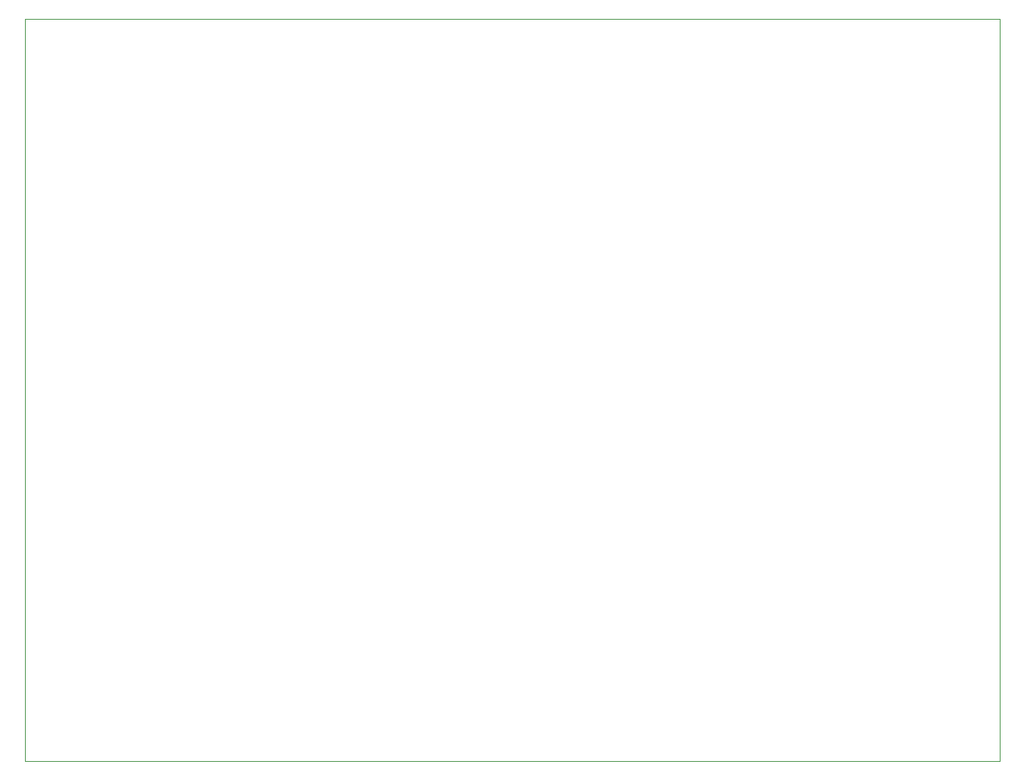
<source format=gbr>
%TF.GenerationSoftware,KiCad,Pcbnew,8.0.0*%
%TF.CreationDate,2025-03-20T21:29:14+05:30*%
%TF.ProjectId,Final_PCB_Schematic,46696e61-6c5f-4504-9342-5f536368656d,rev?*%
%TF.SameCoordinates,Original*%
%TF.FileFunction,Profile,NP*%
%FSLAX46Y46*%
G04 Gerber Fmt 4.6, Leading zero omitted, Abs format (unit mm)*
G04 Created by KiCad (PCBNEW 8.0.0) date 2025-03-20 21:29:14*
%MOMM*%
%LPD*%
G01*
G04 APERTURE LIST*
%TA.AperFunction,Profile*%
%ADD10C,0.050000*%
%TD*%
G04 APERTURE END LIST*
D10*
X85500000Y-53750000D02*
X194500000Y-53750000D01*
X194500000Y-136750000D01*
X85500000Y-136750000D01*
X85500000Y-53750000D01*
M02*

</source>
